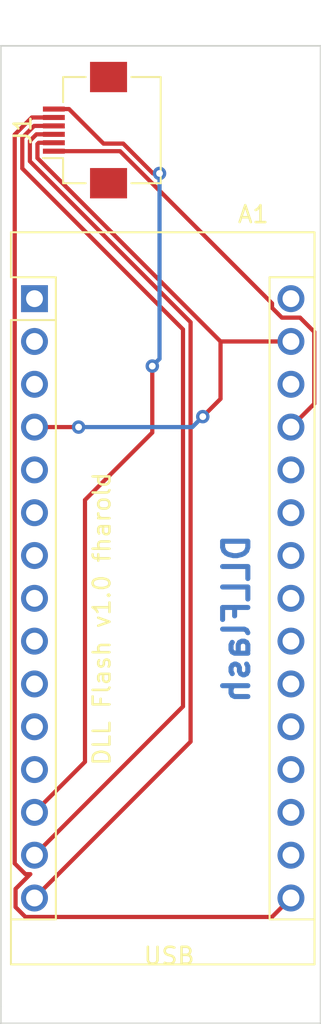
<source format=kicad_pcb>
(kicad_pcb (version 20171130) (host pcbnew "(5.1.6-0-10_14)")

  (general
    (thickness 1.6)
    (drawings 8)
    (tracks 55)
    (zones 0)
    (modules 2)
    (nets 30)
  )

  (page A4)
  (layers
    (0 F.Cu signal)
    (31 B.Cu signal)
    (32 B.Adhes user)
    (33 F.Adhes user)
    (34 B.Paste user)
    (35 F.Paste user)
    (36 B.SilkS user)
    (37 F.SilkS user)
    (38 B.Mask user)
    (39 F.Mask user)
    (40 Dwgs.User user)
    (41 Cmts.User user)
    (42 Eco1.User user)
    (43 Eco2.User user)
    (44 Edge.Cuts user)
    (45 Margin user)
    (46 B.CrtYd user)
    (47 F.CrtYd user)
    (48 B.Fab user)
    (49 F.Fab user)
  )

  (setup
    (last_trace_width 0.25)
    (user_trace_width 0.5)
    (trace_clearance 0.2)
    (zone_clearance 0.508)
    (zone_45_only no)
    (trace_min 0.2)
    (via_size 0.8)
    (via_drill 0.4)
    (via_min_size 0.4)
    (via_min_drill 0.3)
    (uvia_size 0.3)
    (uvia_drill 0.1)
    (uvias_allowed no)
    (uvia_min_size 0.2)
    (uvia_min_drill 0.1)
    (edge_width 0.1)
    (segment_width 0.2)
    (pcb_text_width 0.3)
    (pcb_text_size 1.5 1.5)
    (mod_edge_width 0.15)
    (mod_text_size 1 1)
    (mod_text_width 0.15)
    (pad_size 1.524 1.524)
    (pad_drill 0.762)
    (pad_to_mask_clearance 0)
    (aux_axis_origin 0 0)
    (visible_elements FFFFFF7F)
    (pcbplotparams
      (layerselection 0x010fc_ffffffff)
      (usegerberextensions false)
      (usegerberattributes true)
      (usegerberadvancedattributes true)
      (creategerberjobfile true)
      (excludeedgelayer true)
      (linewidth 0.100000)
      (plotframeref false)
      (viasonmask false)
      (mode 1)
      (useauxorigin false)
      (hpglpennumber 1)
      (hpglpenspeed 20)
      (hpglpendiameter 15.000000)
      (psnegative false)
      (psa4output false)
      (plotreference true)
      (plotvalue true)
      (plotinvisibletext false)
      (padsonsilk false)
      (subtractmaskfromsilk false)
      (outputformat 1)
      (mirror false)
      (drillshape 0)
      (scaleselection 1)
      (outputdirectory "flash/"))
  )

  (net 0 "")
  (net 1 "Net-(A1-Pad1)")
  (net 2 "Net-(A1-Pad17)")
  (net 3 "Net-(A1-Pad2)")
  (net 4 "Net-(A1-Pad18)")
  (net 5 "Net-(A1-Pad3)")
  (net 6 "Net-(A1-Pad19)")
  (net 7 "Net-(A1-Pad29)")
  (net 8 "Net-(A1-Pad20)")
  (net 9 "Net-(A1-Pad5)")
  (net 10 "Net-(A1-Pad21)")
  (net 11 "Net-(A1-Pad6)")
  (net 12 "Net-(A1-Pad22)")
  (net 13 "Net-(A1-Pad7)")
  (net 14 "Net-(A1-Pad23)")
  (net 15 "Net-(A1-Pad8)")
  (net 16 "Net-(A1-Pad24)")
  (net 17 "Net-(A1-Pad9)")
  (net 18 "Net-(A1-Pad25)")
  (net 19 "Net-(A1-Pad10)")
  (net 20 "Net-(A1-Pad26)")
  (net 21 "Net-(A1-Pad11)")
  (net 22 "Net-(A1-Pad27)")
  (net 23 "Net-(A1-Pad12)")
  (net 24 "Net-(A1-Pad28)")
  (net 25 "Net-(A1-Pad13)")
  (net 26 "Net-(A1-Pad14)")
  (net 27 "Net-(A1-Pad30)")
  (net 28 "Net-(A1-Pad15)")
  (net 29 "Net-(A1-Pad16)")

  (net_class Default "This is the default net class."
    (clearance 0.2)
    (trace_width 0.25)
    (via_dia 0.8)
    (via_drill 0.4)
    (uvia_dia 0.3)
    (uvia_drill 0.1)
    (add_net "Net-(A1-Pad1)")
    (add_net "Net-(A1-Pad10)")
    (add_net "Net-(A1-Pad11)")
    (add_net "Net-(A1-Pad12)")
    (add_net "Net-(A1-Pad13)")
    (add_net "Net-(A1-Pad14)")
    (add_net "Net-(A1-Pad15)")
    (add_net "Net-(A1-Pad16)")
    (add_net "Net-(A1-Pad17)")
    (add_net "Net-(A1-Pad18)")
    (add_net "Net-(A1-Pad19)")
    (add_net "Net-(A1-Pad2)")
    (add_net "Net-(A1-Pad20)")
    (add_net "Net-(A1-Pad21)")
    (add_net "Net-(A1-Pad22)")
    (add_net "Net-(A1-Pad23)")
    (add_net "Net-(A1-Pad24)")
    (add_net "Net-(A1-Pad25)")
    (add_net "Net-(A1-Pad26)")
    (add_net "Net-(A1-Pad27)")
    (add_net "Net-(A1-Pad28)")
    (add_net "Net-(A1-Pad29)")
    (add_net "Net-(A1-Pad3)")
    (add_net "Net-(A1-Pad30)")
    (add_net "Net-(A1-Pad5)")
    (add_net "Net-(A1-Pad6)")
    (add_net "Net-(A1-Pad7)")
    (add_net "Net-(A1-Pad8)")
    (add_net "Net-(A1-Pad9)")
  )

  (module Module:Arduino_Nano (layer F.Cu) (tedit 58ACAF70) (tstamp 5FEC7DEE)
    (at 14 27)
    (descr "Arduino Nano, http://www.mouser.com/pdfdocs/Gravitech_Arduino_Nano3_0.pdf")
    (tags "Arduino Nano")
    (path /5FEC7866)
    (fp_text reference A1 (at 13 -5) (layer F.SilkS)
      (effects (font (size 1 1) (thickness 0.15)))
    )
    (fp_text value Arduino_Nano_v3.x (at 8.89 19.05 90) (layer F.Fab)
      (effects (font (size 1 1) (thickness 0.15)))
    )
    (fp_line (start 1.27 1.27) (end 1.27 -1.27) (layer F.SilkS) (width 0.12))
    (fp_line (start 1.27 -1.27) (end -1.4 -1.27) (layer F.SilkS) (width 0.12))
    (fp_line (start -1.4 1.27) (end -1.4 39.5) (layer F.SilkS) (width 0.12))
    (fp_line (start -1.4 -3.94) (end -1.4 -1.27) (layer F.SilkS) (width 0.12))
    (fp_line (start 13.97 -1.27) (end 16.64 -1.27) (layer F.SilkS) (width 0.12))
    (fp_line (start 13.97 -1.27) (end 13.97 36.83) (layer F.SilkS) (width 0.12))
    (fp_line (start 13.97 36.83) (end 16.64 36.83) (layer F.SilkS) (width 0.12))
    (fp_line (start 1.27 1.27) (end -1.4 1.27) (layer F.SilkS) (width 0.12))
    (fp_line (start 1.27 1.27) (end 1.27 36.83) (layer F.SilkS) (width 0.12))
    (fp_line (start 1.27 36.83) (end -1.4 36.83) (layer F.SilkS) (width 0.12))
    (fp_line (start 3.81 31.75) (end 11.43 31.75) (layer F.Fab) (width 0.1))
    (fp_line (start 11.43 31.75) (end 11.43 41.91) (layer F.Fab) (width 0.1))
    (fp_line (start 11.43 41.91) (end 3.81 41.91) (layer F.Fab) (width 0.1))
    (fp_line (start 3.81 41.91) (end 3.81 31.75) (layer F.Fab) (width 0.1))
    (fp_line (start -1.4 39.5) (end 16.64 39.5) (layer F.SilkS) (width 0.12))
    (fp_line (start 16.64 39.5) (end 16.64 -3.94) (layer F.SilkS) (width 0.12))
    (fp_line (start 16.64 -3.94) (end -1.4 -3.94) (layer F.SilkS) (width 0.12))
    (fp_line (start 16.51 39.37) (end -1.27 39.37) (layer F.Fab) (width 0.1))
    (fp_line (start -1.27 39.37) (end -1.27 -2.54) (layer F.Fab) (width 0.1))
    (fp_line (start -1.27 -2.54) (end 0 -3.81) (layer F.Fab) (width 0.1))
    (fp_line (start 0 -3.81) (end 16.51 -3.81) (layer F.Fab) (width 0.1))
    (fp_line (start 16.51 -3.81) (end 16.51 39.37) (layer F.Fab) (width 0.1))
    (fp_line (start -1.53 -4.06) (end 16.75 -4.06) (layer F.CrtYd) (width 0.05))
    (fp_line (start -1.53 -4.06) (end -1.53 42.16) (layer F.CrtYd) (width 0.05))
    (fp_line (start 16.75 42.16) (end 16.75 -4.06) (layer F.CrtYd) (width 0.05))
    (fp_line (start 16.75 42.16) (end -1.53 42.16) (layer F.CrtYd) (width 0.05))
    (fp_text user %R (at 6.35 19.05 90) (layer F.Fab)
      (effects (font (size 1 1) (thickness 0.15)))
    )
    (pad 1 thru_hole rect (at 0 0) (size 1.6 1.6) (drill 1) (layers *.Cu *.Mask)
      (net 1 "Net-(A1-Pad1)"))
    (pad 17 thru_hole oval (at 15.24 33.02) (size 1.6 1.6) (drill 1) (layers *.Cu *.Mask)
      (net 2 "Net-(A1-Pad17)"))
    (pad 2 thru_hole oval (at 0 2.54) (size 1.6 1.6) (drill 1) (layers *.Cu *.Mask)
      (net 3 "Net-(A1-Pad2)"))
    (pad 18 thru_hole oval (at 15.24 30.48) (size 1.6 1.6) (drill 1) (layers *.Cu *.Mask)
      (net 4 "Net-(A1-Pad18)"))
    (pad 3 thru_hole oval (at 0 5.08) (size 1.6 1.6) (drill 1) (layers *.Cu *.Mask)
      (net 5 "Net-(A1-Pad3)"))
    (pad 19 thru_hole oval (at 15.24 27.94) (size 1.6 1.6) (drill 1) (layers *.Cu *.Mask)
      (net 6 "Net-(A1-Pad19)"))
    (pad 4 thru_hole oval (at 0 7.62) (size 1.6 1.6) (drill 1) (layers *.Cu *.Mask)
      (net 7 "Net-(A1-Pad29)"))
    (pad 20 thru_hole oval (at 15.24 25.4) (size 1.6 1.6) (drill 1) (layers *.Cu *.Mask)
      (net 8 "Net-(A1-Pad20)"))
    (pad 5 thru_hole oval (at 0 10.16) (size 1.6 1.6) (drill 1) (layers *.Cu *.Mask)
      (net 9 "Net-(A1-Pad5)"))
    (pad 21 thru_hole oval (at 15.24 22.86) (size 1.6 1.6) (drill 1) (layers *.Cu *.Mask)
      (net 10 "Net-(A1-Pad21)"))
    (pad 6 thru_hole oval (at 0 12.7) (size 1.6 1.6) (drill 1) (layers *.Cu *.Mask)
      (net 11 "Net-(A1-Pad6)"))
    (pad 22 thru_hole oval (at 15.24 20.32) (size 1.6 1.6) (drill 1) (layers *.Cu *.Mask)
      (net 12 "Net-(A1-Pad22)"))
    (pad 7 thru_hole oval (at 0 15.24) (size 1.6 1.6) (drill 1) (layers *.Cu *.Mask)
      (net 13 "Net-(A1-Pad7)"))
    (pad 23 thru_hole oval (at 15.24 17.78) (size 1.6 1.6) (drill 1) (layers *.Cu *.Mask)
      (net 14 "Net-(A1-Pad23)"))
    (pad 8 thru_hole oval (at 0 17.78) (size 1.6 1.6) (drill 1) (layers *.Cu *.Mask)
      (net 15 "Net-(A1-Pad8)"))
    (pad 24 thru_hole oval (at 15.24 15.24) (size 1.6 1.6) (drill 1) (layers *.Cu *.Mask)
      (net 16 "Net-(A1-Pad24)"))
    (pad 9 thru_hole oval (at 0 20.32) (size 1.6 1.6) (drill 1) (layers *.Cu *.Mask)
      (net 17 "Net-(A1-Pad9)"))
    (pad 25 thru_hole oval (at 15.24 12.7) (size 1.6 1.6) (drill 1) (layers *.Cu *.Mask)
      (net 18 "Net-(A1-Pad25)"))
    (pad 10 thru_hole oval (at 0 22.86) (size 1.6 1.6) (drill 1) (layers *.Cu *.Mask)
      (net 19 "Net-(A1-Pad10)"))
    (pad 26 thru_hole oval (at 15.24 10.16) (size 1.6 1.6) (drill 1) (layers *.Cu *.Mask)
      (net 20 "Net-(A1-Pad26)"))
    (pad 11 thru_hole oval (at 0 25.4) (size 1.6 1.6) (drill 1) (layers *.Cu *.Mask)
      (net 21 "Net-(A1-Pad11)"))
    (pad 27 thru_hole oval (at 15.24 7.62) (size 1.6 1.6) (drill 1) (layers *.Cu *.Mask)
      (net 22 "Net-(A1-Pad27)"))
    (pad 12 thru_hole oval (at 0 27.94) (size 1.6 1.6) (drill 1) (layers *.Cu *.Mask)
      (net 23 "Net-(A1-Pad12)"))
    (pad 28 thru_hole oval (at 15.24 5.08) (size 1.6 1.6) (drill 1) (layers *.Cu *.Mask)
      (net 24 "Net-(A1-Pad28)"))
    (pad 13 thru_hole oval (at 0 30.48) (size 1.6 1.6) (drill 1) (layers *.Cu *.Mask)
      (net 25 "Net-(A1-Pad13)"))
    (pad 29 thru_hole oval (at 15.24 2.54) (size 1.6 1.6) (drill 1) (layers *.Cu *.Mask)
      (net 7 "Net-(A1-Pad29)"))
    (pad 14 thru_hole oval (at 0 33.02) (size 1.6 1.6) (drill 1) (layers *.Cu *.Mask)
      (net 26 "Net-(A1-Pad14)"))
    (pad 30 thru_hole oval (at 15.24 0) (size 1.6 1.6) (drill 1) (layers *.Cu *.Mask)
      (net 27 "Net-(A1-Pad30)"))
    (pad 15 thru_hole oval (at 0 35.56) (size 1.6 1.6) (drill 1) (layers *.Cu *.Mask)
      (net 28 "Net-(A1-Pad15)"))
    (pad 16 thru_hole oval (at 15.24 35.56) (size 1.6 1.6) (drill 1) (layers *.Cu *.Mask)
      (net 29 "Net-(A1-Pad16)"))
    (model ${KISYS3DMOD}/Module.3dshapes/Arduino_Nano_WithMountingHoles.wrl
      (at (xyz 0 0 0))
      (scale (xyz 1 1 1))
      (rotate (xyz 0 0 0))
    )
  )

  (module Connector_FFC-FPC:Hirose_FH12-6S-0.5SH_1x06-1MP_P0.50mm_Horizontal (layer F.Cu) (tedit 5D24667B) (tstamp 5FEC7FCF)
    (at 17 17 90)
    (descr "Hirose FH12, FFC/FPC connector, FH12-6S-0.5SH, 6 Pins per row (https://www.hirose.com/product/en/products/FH12/FH12-24S-0.5SH(55)/), generated with kicad-footprint-generator")
    (tags "connector Hirose FH12 horizontal")
    (path /5FEC848A)
    (attr smd)
    (fp_text reference J1 (at 0 -3.7 90) (layer F.SilkS)
      (effects (font (size 1 1) (thickness 0.15)))
    )
    (fp_text value Conn_01x06_Female (at 0 5.6 90) (layer F.Fab)
      (effects (font (size 1 1) (thickness 0.15)))
    )
    (fp_line (start 0 -1.2) (end -3.05 -1.2) (layer F.Fab) (width 0.1))
    (fp_line (start -3.05 -1.2) (end -3.05 3.4) (layer F.Fab) (width 0.1))
    (fp_line (start -3.05 3.4) (end -2.45 3.4) (layer F.Fab) (width 0.1))
    (fp_line (start -2.45 3.4) (end -2.45 3.7) (layer F.Fab) (width 0.1))
    (fp_line (start -2.45 3.7) (end -2.95 3.7) (layer F.Fab) (width 0.1))
    (fp_line (start -2.95 3.7) (end -2.95 4.4) (layer F.Fab) (width 0.1))
    (fp_line (start -2.95 4.4) (end 0 4.4) (layer F.Fab) (width 0.1))
    (fp_line (start 0 -1.2) (end 3.05 -1.2) (layer F.Fab) (width 0.1))
    (fp_line (start 3.05 -1.2) (end 3.05 3.4) (layer F.Fab) (width 0.1))
    (fp_line (start 3.05 3.4) (end 2.45 3.4) (layer F.Fab) (width 0.1))
    (fp_line (start 2.45 3.4) (end 2.45 3.7) (layer F.Fab) (width 0.1))
    (fp_line (start 2.45 3.7) (end 2.95 3.7) (layer F.Fab) (width 0.1))
    (fp_line (start 2.95 3.7) (end 2.95 4.4) (layer F.Fab) (width 0.1))
    (fp_line (start 2.95 4.4) (end 0 4.4) (layer F.Fab) (width 0.1))
    (fp_line (start -1.66 -1.3) (end -3.15 -1.3) (layer F.SilkS) (width 0.12))
    (fp_line (start -3.15 -1.3) (end -3.15 0.04) (layer F.SilkS) (width 0.12))
    (fp_line (start 1.66 -1.3) (end 3.15 -1.3) (layer F.SilkS) (width 0.12))
    (fp_line (start 3.15 -1.3) (end 3.15 0.04) (layer F.SilkS) (width 0.12))
    (fp_line (start -3.15 2.76) (end -3.15 4.5) (layer F.SilkS) (width 0.12))
    (fp_line (start -3.15 4.5) (end 3.15 4.5) (layer F.SilkS) (width 0.12))
    (fp_line (start 3.15 4.5) (end 3.15 2.76) (layer F.SilkS) (width 0.12))
    (fp_line (start -1.66 -1.3) (end -1.66 -2.5) (layer F.SilkS) (width 0.12))
    (fp_line (start -1.75 -1.2) (end -1.25 -0.492893) (layer F.Fab) (width 0.1))
    (fp_line (start -1.25 -0.492893) (end -0.75 -1.2) (layer F.Fab) (width 0.1))
    (fp_line (start -4.55 -3) (end -4.55 4.9) (layer F.CrtYd) (width 0.05))
    (fp_line (start -4.55 4.9) (end 4.55 4.9) (layer F.CrtYd) (width 0.05))
    (fp_line (start 4.55 4.9) (end 4.55 -3) (layer F.CrtYd) (width 0.05))
    (fp_line (start 4.55 -3) (end -4.55 -3) (layer F.CrtYd) (width 0.05))
    (fp_text user %R (at 0 3.7 90) (layer F.Fab)
      (effects (font (size 1 1) (thickness 0.15)))
    )
    (pad MP smd rect (at 3.15 1.4 90) (size 1.8 2.2) (layers F.Cu F.Paste F.Mask))
    (pad MP smd rect (at -3.15 1.4 90) (size 1.8 2.2) (layers F.Cu F.Paste F.Mask))
    (pad 1 smd rect (at -1.25 -1.85 90) (size 0.3 1.3) (layers F.Cu F.Paste F.Mask)
      (net 22 "Net-(A1-Pad27)"))
    (pad 2 smd rect (at -0.75 -1.85 90) (size 0.3 1.3) (layers F.Cu F.Paste F.Mask)
      (net 7 "Net-(A1-Pad29)"))
    (pad 3 smd rect (at -0.25 -1.85 90) (size 0.3 1.3) (layers F.Cu F.Paste F.Mask)
      (net 28 "Net-(A1-Pad15)"))
    (pad 4 smd rect (at 0.25 -1.85 90) (size 0.3 1.3) (layers F.Cu F.Paste F.Mask)
      (net 26 "Net-(A1-Pad14)"))
    (pad 5 smd rect (at 0.75 -1.85 90) (size 0.3 1.3) (layers F.Cu F.Paste F.Mask)
      (net 29 "Net-(A1-Pad16)"))
    (pad 6 smd rect (at 1.25 -1.85 90) (size 0.3 1.3) (layers F.Cu F.Paste F.Mask)
      (net 25 "Net-(A1-Pad13)"))
    (model ${KISYS3DMOD}/Connector_FFC-FPC.3dshapes/Hirose_FH12-6S-0.5SH_1x06-1MP_P0.50mm_Horizontal.wrl
      (at (xyz 0 0 0))
      (scale (xyz 1 1 1))
      (rotate (xyz 0 0 0))
    )
  )

  (gr_text USB (at 22 66) (layer F.SilkS)
    (effects (font (size 1 1) (thickness 0.15)))
  )
  (gr_text "DLL Flash v1.0 fharold" (at 18 46 90) (layer F.SilkS)
    (effects (font (size 1 1) (thickness 0.15)))
  )
  (gr_text DLLFlash (at 26 46 90) (layer B.Cu)
    (effects (font (size 1.5 1.5) (thickness 0.3)) (justify mirror))
  )
  (gr_line (start 31 12) (end 12 12) (layer Edge.Cuts) (width 0.1) (tstamp 5FEC8177))
  (gr_line (start 31 70) (end 31 12) (layer Edge.Cuts) (width 0.1))
  (gr_line (start 12 70) (end 31 70) (layer Edge.Cuts) (width 0.1))
  (gr_line (start 12 69) (end 12 70) (layer Edge.Cuts) (width 0.1))
  (gr_line (start 12 12) (end 12 69) (layer Edge.Cuts) (width 0.1))

  (segment (start 14.174999 17.825001) (end 14.174999 18.660001) (width 0.25) (layer F.Cu) (net 7))
  (segment (start 25.054998 29.54) (end 29.24 29.54) (width 0.25) (layer F.Cu) (net 7))
  (segment (start 14.25 17.75) (end 14.174999 17.825001) (width 0.25) (layer F.Cu) (net 7))
  (segment (start 14.174999 18.660001) (end 25.054998 29.54) (width 0.25) (layer F.Cu) (net 7))
  (segment (start 15.15 17.75) (end 14.25 17.75) (width 0.25) (layer F.Cu) (net 7))
  (segment (start 14 34.62) (end 16.62 34.62) (width 0.25) (layer F.Cu) (net 7))
  (via (at 16.62 34.62) (size 0.8) (drill 0.4) (layers F.Cu B.Cu) (net 7))
  (segment (start 16.62 34.62) (end 23.38 34.62) (width 0.25) (layer B.Cu) (net 7))
  (via (at 24 34) (size 0.8) (drill 0.4) (layers F.Cu B.Cu) (net 7))
  (segment (start 23.38 34.62) (end 24 34) (width 0.25) (layer B.Cu) (net 7))
  (segment (start 25.054998 32.945002) (end 25.054998 29.54) (width 0.25) (layer F.Cu) (net 7))
  (segment (start 24 34) (end 25.054998 32.945002) (width 0.25) (layer F.Cu) (net 7))
  (segment (start 30.62499 33.23501) (end 29.24 34.62) (width 0.25) (layer F.Cu) (net 22))
  (segment (start 30.62499 28.96999) (end 30.62499 33.23501) (width 0.25) (layer F.Cu) (net 22))
  (segment (start 29.780001 28.125001) (end 30.62499 28.96999) (width 0.25) (layer F.Cu) (net 22))
  (segment (start 28.114999 27.540001) (end 28.699999 28.125001) (width 0.25) (layer F.Cu) (net 22))
  (segment (start 19.085002 18.25) (end 28.114999 27.279997) (width 0.25) (layer F.Cu) (net 22))
  (segment (start 28.699999 28.125001) (end 29.780001 28.125001) (width 0.25) (layer F.Cu) (net 22))
  (segment (start 28.114999 27.279997) (end 28.114999 27.540001) (width 0.25) (layer F.Cu) (net 22))
  (segment (start 15.15 18.25) (end 19.085002 18.25) (width 0.25) (layer F.Cu) (net 22))
  (segment (start 18.09999 17.79999) (end 19.271403 17.799991) (width 0.25) (layer F.Cu) (net 25))
  (segment (start 16.05 15.75) (end 18.09999 17.79999) (width 0.25) (layer F.Cu) (net 25))
  (segment (start 15.15 15.75) (end 16.05 15.75) (width 0.25) (layer F.Cu) (net 25))
  (via (at 21.430154 19.569846) (size 0.8) (drill 0.4) (layers F.Cu B.Cu) (net 25))
  (segment (start 21.041258 19.569846) (end 21.430154 19.569846) (width 0.25) (layer F.Cu) (net 25))
  (segment (start 19.271403 17.799991) (end 21.041258 19.569846) (width 0.25) (layer F.Cu) (net 25))
  (segment (start 21.430154 19.569846) (end 21.430154 30.569846) (width 0.25) (layer B.Cu) (net 25))
  (via (at 21 31) (size 0.8) (drill 0.4) (layers F.Cu B.Cu) (net 25))
  (segment (start 21.430154 30.569846) (end 21 31) (width 0.25) (layer B.Cu) (net 25))
  (segment (start 17 54.48) (end 14 57.48) (width 0.25) (layer F.Cu) (net 25))
  (segment (start 17 38.945009) (end 17 54.48) (width 0.25) (layer F.Cu) (net 25))
  (segment (start 21 34.945009) (end 17 38.945009) (width 0.25) (layer F.Cu) (net 25))
  (segment (start 21 31) (end 21 34.945009) (width 0.25) (layer F.Cu) (net 25))
  (segment (start 13.274981 17.452201) (end 13.274981 19.274981) (width 0.25) (layer F.Cu) (net 26))
  (segment (start 13.977182 16.75) (end 13.274981 17.452201) (width 0.25) (layer F.Cu) (net 26))
  (segment (start 15.15 16.75) (end 13.977182 16.75) (width 0.25) (layer F.Cu) (net 26))
  (segment (start 13.274981 19.274981) (end 22.824989 28.824989) (width 0.25) (layer F.Cu) (net 26))
  (segment (start 22.824989 51.195011) (end 14 60.02) (width 0.25) (layer F.Cu) (net 26))
  (segment (start 22.824989 28.824989) (end 22.824989 51.195011) (width 0.25) (layer F.Cu) (net 26))
  (segment (start 13.724989 17.638601) (end 13.72499 18.846402) (width 0.25) (layer F.Cu) (net 28))
  (segment (start 14.11359 17.25) (end 13.724989 17.638601) (width 0.25) (layer F.Cu) (net 28))
  (segment (start 15.15 17.25) (end 14.11359 17.25) (width 0.25) (layer F.Cu) (net 28))
  (segment (start 23.274999 28.396411) (end 23.274999 53.285001) (width 0.25) (layer F.Cu) (net 28))
  (segment (start 23.274999 53.285001) (end 14 62.56) (width 0.25) (layer F.Cu) (net 28))
  (segment (start 13.72499 18.846402) (end 23.274999 28.396411) (width 0.25) (layer F.Cu) (net 28))
  (segment (start 13.459999 63.685001) (end 28.114999 63.685001) (width 0.25) (layer F.Cu) (net 29))
  (segment (start 12.874999 63.100001) (end 13.459999 63.685001) (width 0.25) (layer F.Cu) (net 29))
  (segment (start 12.874999 62.019999) (end 12.874999 63.100001) (width 0.25) (layer F.Cu) (net 29))
  (segment (start 13.749997 61.145001) (end 12.874999 62.019999) (width 0.25) (layer F.Cu) (net 29))
  (segment (start 28.114999 63.685001) (end 29.24 62.56) (width 0.25) (layer F.Cu) (net 29))
  (segment (start 13.459999 61.145001) (end 13.749997 61.145001) (width 0.25) (layer F.Cu) (net 29))
  (segment (start 12.824971 60.509973) (end 13.459999 61.145001) (width 0.25) (layer F.Cu) (net 29))
  (segment (start 12.824971 17.265801) (end 12.824971 60.509973) (width 0.25) (layer F.Cu) (net 29))
  (segment (start 13.840772 16.25) (end 12.824971 17.265801) (width 0.25) (layer F.Cu) (net 29))
  (segment (start 15.15 16.25) (end 13.840772 16.25) (width 0.25) (layer F.Cu) (net 29))

)

</source>
